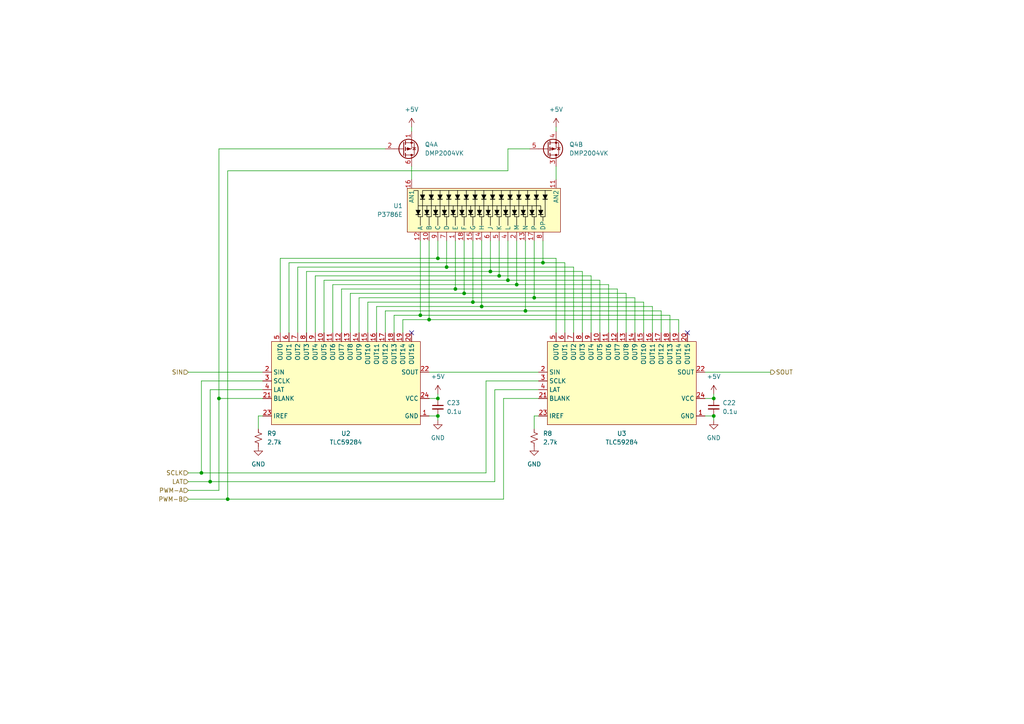
<source format=kicad_sch>
(kicad_sch (version 20230121) (generator eeschema)
  (paper "A4")
  (lib_symbols
    (symbol "0-ic-digital:TLC59284"
      (property "Reference" "U" (at -24.13 15.24 0))
      (property "Value" "TLC59284" (at -16.51 -11.43 0))
      (symbol "TLC59284_1_1"
        (rectangle (start -21.59 13.97) (end 21.59 -10.16) (fill (type background)))
        (pin passive line (at 24.13 -7.62 180) (length 2.54) (name "GND") (number "1"))
        (pin output line (at -6.35 16.51 270) (length 2.54) (name "OUT5") (number "10"))
        (pin output line (at -3.81 16.51 270) (length 2.54) (name "OUT6") (number "11"))
        (pin output line (at -1.27 16.51 270) (length 2.54) (name "OUT7") (number "12"))
        (pin output line (at 1.27 16.51 270) (length 2.54) (name "OUT8") (number "13"))
        (pin output line (at 3.81 16.51 270) (length 2.54) (name "OUT9") (number "14"))
        (pin output line (at 6.35 16.51 270) (length 2.54) (name "OUT10") (number "15"))
        (pin output line (at 8.89 16.51 270) (length 2.54) (name "OUT11") (number "16"))
        (pin output line (at 11.43 16.51 270) (length 2.54) (name "OUT12") (number "17"))
        (pin output line (at 13.97 16.51 270) (length 2.54) (name "OUT13") (number "18"))
        (pin output line (at 16.51 16.51 270) (length 2.54) (name "OUT14") (number "19"))
        (pin input line (at -24.13 5.08 0) (length 2.54) (name "SIN") (number "2"))
        (pin output line (at 19.05 16.51 270) (length 2.54) (name "OUT15") (number "20"))
        (pin input line (at -24.13 -2.54 0) (length 2.54) (name "BLANK") (number "21"))
        (pin output line (at 24.13 5.08 180) (length 2.54) (name "SOUT") (number "22"))
        (pin input line (at -24.13 -7.62 0) (length 2.54) (name "IREF") (number "23"))
        (pin passive line (at 24.13 -2.54 180) (length 2.54) (name "VCC") (number "24"))
        (pin input line (at -24.13 2.54 0) (length 2.54) (name "SCLK") (number "3"))
        (pin input line (at -24.13 0 0) (length 2.54) (name "LAT") (number "4"))
        (pin output line (at -19.05 16.51 270) (length 2.54) (name "OUT0") (number "5"))
        (pin output line (at -16.51 16.51 270) (length 2.54) (name "OUT1") (number "6"))
        (pin output line (at -13.97 16.51 270) (length 2.54) (name "OUT2") (number "7"))
        (pin output line (at -11.43 16.51 270) (length 2.54) (name "OUT3") (number "8"))
        (pin output line (at -8.89 16.51 270) (length 2.54) (name "OUT4") (number "9"))
      )
    )
    (symbol "0-optoelectronics:P3786E"
      (property "Reference" "U" (at 5.08 13.97 0))
      (property "Value" "P3786E" (at 43.18 -1.27 0))
      (symbol "P3786E_0_0"
        (pin passive line (at 12.7 -2.54 90) (length 2.54) (name "E") (number "1"))
        (pin passive line (at 5.08 -2.54 90) (length 2.54) (name "B") (number "10"))
        (pin passive line (at 41.91 15.24 270) (length 2.54) (name "AN2") (number "11"))
        (pin passive line (at 2.54 -2.54 90) (length 2.54) (name "A") (number "12"))
        (pin passive line (at 33.02 -2.54 90) (length 2.54) (name "N") (number "13"))
        (pin passive line (at 20.32 -2.54 90) (length 2.54) (name "H") (number "14"))
        (pin passive line (at 17.78 -2.54 90) (length 2.54) (name "G") (number "15"))
        (pin passive line (at 0 15.24 270) (length 2.54) (name "AN1") (number "16"))
        (pin passive line (at 35.56 -2.54 90) (length 2.54) (name "P") (number "17"))
        (pin passive line (at 15.24 -2.54 90) (length 2.54) (name "F") (number "18"))
        (pin passive line (at 30.48 -2.54 90) (length 2.54) (name "M") (number "2"))
        (pin passive line (at 27.94 -2.54 90) (length 2.54) (name "L") (number "4"))
        (pin passive line (at 25.4 -2.54 90) (length 2.54) (name "K") (number "5"))
        (pin passive line (at 22.86 -2.54 90) (length 2.54) (name "J") (number "6"))
        (pin passive line (at 10.16 -2.54 90) (length 2.54) (name "D") (number "7"))
        (pin passive line (at 38.1 -2.54 90) (length 2.54) (name "DP") (number "8"))
        (pin passive line (at 7.62 -2.54 90) (length 2.54) (name "C") (number "9"))
      )
      (symbol "P3786E_1_1"
        (rectangle (start -1.27 12.7) (end 43.18 0) (fill (type background)))
        (polyline (pts (xy 1.27 5.08) (xy 2.54 5.08)) (stroke (width 0.254) (color 0 0 0 1)))
        (polyline (pts (xy 2.54 9.525) (xy 3.81 9.525)) (stroke (width 0.254) (color 0 0 0 1)))
        (polyline (pts (xy 3.81 5.08) (xy 5.08 5.08)) (stroke (width 0.254) (color 0 0 0 1)))
        (polyline (pts (xy 5.08 9.525) (xy 6.35 9.525)) (stroke (width 0.254) (color 0 0 0 1)))
        (polyline (pts (xy 6.35 5.08) (xy 7.62 5.08)) (stroke (width 0.254) (color 0 0 0 1)))
        (polyline (pts (xy 7.62 9.525) (xy 8.89 9.525)) (stroke (width 0.254) (color 0 0 0 1)))
        (polyline (pts (xy 8.89 5.08) (xy 10.16 5.08)) (stroke (width 0.254) (color 0 0 0 1)))
        (polyline (pts (xy 10.16 9.525) (xy 11.43 9.525)) (stroke (width 0.254) (color 0 0 0 1)))
        (polyline (pts (xy 11.43 5.08) (xy 12.7 5.08)) (stroke (width 0.254) (color 0 0 0 1)))
        (polyline (pts (xy 12.7 9.525) (xy 13.97 9.525)) (stroke (width 0.254) (color 0 0 0 1)))
        (polyline (pts (xy 13.97 5.08) (xy 15.24 5.08)) (stroke (width 0.254) (color 0 0 0 1)))
        (polyline (pts (xy 15.24 9.525) (xy 16.51 9.525)) (stroke (width 0.254) (color 0 0 0 1)))
        (polyline (pts (xy 16.51 5.08) (xy 17.78 5.08)) (stroke (width 0.254) (color 0 0 0 1)))
        (polyline (pts (xy 17.78 9.525) (xy 19.05 9.525)) (stroke (width 0.254) (color 0 0 0 1)))
        (polyline (pts (xy 19.05 5.08) (xy 20.32 5.08)) (stroke (width 0.254) (color 0 0 0 1)))
        (polyline (pts (xy 20.32 9.525) (xy 21.59 9.525)) (stroke (width 0.254) (color 0 0 0 1)))
        (polyline (pts (xy 21.59 5.08) (xy 22.86 5.08)) (stroke (width 0.254) (color 0 0 0 1)))
        (polyline (pts (xy 22.86 9.525) (xy 24.13 9.525)) (stroke (width 0.254) (color 0 0 0 1)))
        (polyline (pts (xy 24.13 5.08) (xy 25.4 5.08)) (stroke (width 0.254) (color 0 0 0 1)))
        (polyline (pts (xy 25.4 9.525) (xy 26.67 9.525)) (stroke (width 0.254) (color 0 0 0 1)))
        (polyline (pts (xy 26.67 5.08) (xy 27.94 5.08)) (stroke (width 0.254) (color 0 0 0 1)))
        (polyline (pts (xy 27.94 9.525) (xy 29.21 9.525)) (stroke (width 0.254) (color 0 0 0 1)))
        (polyline (pts (xy 29.21 5.08) (xy 30.48 5.08)) (stroke (width 0.254) (color 0 0 0 1)))
        (polyline (pts (xy 30.48 9.525) (xy 31.75 9.525)) (stroke (width 0.254) (color 0 0 0 1)))
        (polyline (pts (xy 31.75 5.08) (xy 33.02 5.08)) (stroke (width 0.254) (color 0 0 0 1)))
        (polyline (pts (xy 33.02 9.525) (xy 34.29 9.525)) (stroke (width 0.254) (color 0 0 0 1)))
        (polyline (pts (xy 34.29 5.08) (xy 35.56 5.08)) (stroke (width 0.254) (color 0 0 0 1)))
        (polyline (pts (xy 35.56 9.525) (xy 36.83 9.525)) (stroke (width 0.254) (color 0 0 0 1)))
        (polyline (pts (xy 36.83 5.08) (xy 38.1 5.08)) (stroke (width 0.254) (color 0 0 0 1)))
        (polyline (pts (xy 38.1 9.525) (xy 39.37 9.525)) (stroke (width 0.254) (color 0 0 0 1)))
        (polyline (pts (xy 1.905 6.35) (xy 1.905 12.065) (xy 0.635 12.065)) (stroke (width 0) (color 0 0 0 1)))
        (polyline (pts (xy 2.54 4.445) (xy 3.175 4.445) (xy 3.175 9.525)) (stroke (width 0) (color 0 0 0 1)))
        (polyline (pts (xy 3.175 10.795) (xy 3.175 12.065) (xy 5.715 12.065)) (stroke (width 0) (color 0 0 0 1)))
        (polyline (pts (xy 4.445 6.35) (xy 4.445 7.62) (xy 1.905 7.62)) (stroke (width 0) (color 0 0 0 1)))
        (polyline (pts (xy 5.08 4.445) (xy 5.715 4.445) (xy 5.715 9.525)) (stroke (width 0) (color 0 0 0 1)))
        (polyline (pts (xy 5.715 10.795) (xy 5.715 12.065) (xy 8.255 12.065)) (stroke (width 0) (color 0 0 0 1)))
        (polyline (pts (xy 6.985 6.35) (xy 6.985 7.62) (xy 4.445 7.62)) (stroke (width 0) (color 0 0 0 1)))
        (polyline (pts (xy 7.62 4.445) (xy 8.255 4.445) (xy 8.255 9.525)) (stroke (width 0) (color 0 0 0 1)))
        (polyline (pts (xy 8.255 10.795) (xy 8.255 12.065) (xy 10.795 12.065)) (stroke (width 0) (color 0 0 0 1)))
        (polyline (pts (xy 9.525 6.35) (xy 9.525 7.62) (xy 6.985 7.62)) (stroke (width 0) (color 0 0 0 1)))
        (polyline (pts (xy 10.16 4.445) (xy 10.795 4.445) (xy 10.795 9.525)) (stroke (width 0) (color 0 0 0 1)))
        (polyline (pts (xy 10.795 10.795) (xy 10.795 12.065) (xy 13.335 12.065)) (stroke (width 0) (color 0 0 0 1)))
        (polyline (pts (xy 12.065 6.35) (xy 12.065 7.62) (xy 9.525 7.62)) (stroke (width 0) (color 0 0 0 1)))
        (polyline (pts (xy 12.7 4.445) (xy 13.335 4.445) (xy 13.335 9.525)) (stroke (width 0) (color 0 0 0 1)))
        (polyline (pts (xy 13.335 10.795) (xy 13.335 12.065) (xy 15.875 12.065)) (stroke (width 0) (color 0 0 0 1)))
        (polyline (pts (xy 14.605 6.35) (xy 14.605 7.62) (xy 12.065 7.62)) (stroke (width 0) (color 0 0 0 1)))
        (polyline (pts (xy 15.24 4.445) (xy 15.875 4.445) (xy 15.875 9.525)) (stroke (width 0) (color 0 0 0 1)))
        (polyline (pts (xy 15.875 10.795) (xy 15.875 12.065) (xy 18.415 12.065)) (stroke (width 0) (color 0 0 0 1)))
        (polyline (pts (xy 17.145 6.35) (xy 17.145 7.62) (xy 14.605 7.62)) (stroke (width 0) (color 0 0 0 1)))
        (polyline (pts (xy 17.78 4.445) (xy 18.415 4.445) (xy 18.415 9.525)) (stroke (width 0) (color 0 0 0 1)))
        (polyline (pts (xy 18.415 10.795) (xy 18.415 12.065) (xy 20.955 12.065)) (stroke (width 0) (color 0 0 0 1)))
        (polyline (pts (xy 19.685 6.35) (xy 19.685 7.62) (xy 17.145 7.62)) (stroke (width 0) (color 0 0 0 1)))
        (polyline (pts (xy 20.32 4.445) (xy 20.955 4.445) (xy 20.955 9.525)) (stroke (width 0) (color 0 0 0 1)))
        (polyline (pts (xy 20.955 10.795) (xy 20.955 12.065) (xy 23.495 12.065)) (stroke (width 0) (color 0 0 0 1)))
        (polyline (pts (xy 22.225 6.35) (xy 22.225 7.62) (xy 19.685 7.62)) (stroke (width 0) (color 0 0 0 1)))
        (polyline (pts (xy 22.86 4.445) (xy 23.495 4.445) (xy 23.495 9.525)) (stroke (width 0) (color 0 0 0 1)))
        (polyline (pts (xy 23.495 10.795) (xy 23.495 12.065) (xy 26.035 12.065)) (stroke (width 0) (color 0 0 0 1)))
        (polyline (pts (xy 24.765 6.35) (xy 24.765 7.62) (xy 22.225 7.62)) (stroke (width 0) (color 0 0 0 1)))
        (polyline (pts (xy 25.4 4.445) (xy 26.035 4.445) (xy 26.035 9.525)) (stroke (width 0) (color 0 0 0 1)))
        (polyline (pts (xy 26.035 10.795) (xy 26.035 12.065) (xy 28.575 12.065)) (stroke (width 0) (color 0 0 0 1)))
        (polyline (pts (xy 27.305 6.35) (xy 27.305 7.62) (xy 24.765 7.62)) (stroke (width 0) (color 0 0 0 1)))
        (polyline (pts (xy 27.94 4.445) (xy 28.575 4.445) (xy 28.575 9.525)) (stroke (width 0) (color 0 0 0 1)))
        (polyline (pts (xy 28.575 10.795) (xy 28.575 12.065) (xy 31.115 12.065)) (stroke (width 0) (color 0 0 0 1)))
        (polyline (pts (xy 29.845 6.35) (xy 29.845 7.62) (xy 27.305 7.62)) (stroke (width 0) (color 0 0 0 1)))
        (polyline (pts (xy 30.48 4.445) (xy 31.115 4.445) (xy 31.115 9.525)) (stroke (width 0) (color 0 0 0 1)))
        (polyline (pts (xy 31.115 10.795) (xy 31.115 12.065) (xy 33.655 12.065)) (stroke (width 0) (color 0 0 0 1)))
        (polyline (pts (xy 32.385 6.35) (xy 32.385 7.62) (xy 29.845 7.62)) (stroke (width 0) (color 0 0 0 1)))
        (polyline (pts (xy 33.02 4.445) (xy 33.655 4.445) (xy 33.655 9.525)) (stroke (width 0) (color 0 0 0 1)))
        (polyline (pts (xy 33.655 10.795) (xy 33.655 12.065) (xy 36.195 12.065)) (stroke (width 0) (color 0 0 0 1)))
        (polyline (pts (xy 34.925 6.35) (xy 34.925 7.62) (xy 32.385 7.62)) (stroke (width 0) (color 0 0 0 1)))
        (polyline (pts (xy 35.56 4.445) (xy 36.195 4.445) (xy 36.195 9.525)) (stroke (width 0) (color 0 0 0 1)))
        (polyline (pts (xy 36.195 10.795) (xy 36.195 12.065) (xy 38.735 12.065)) (stroke (width 0) (color 0 0 0 1)))
        (polyline (pts (xy 37.465 6.35) (xy 37.465 7.62) (xy 34.925 7.62)) (stroke (width 0) (color 0 0 0 1)))
        (polyline (pts (xy 38.1 4.445) (xy 38.735 4.445) (xy 38.735 9.525)) (stroke (width 0) (color 0 0 0 1)))
        (polyline (pts (xy 38.735 10.795) (xy 38.735 12.065) (xy 40.64 12.065)) (stroke (width 0) (color 0 0 0 1)))
        (polyline (pts (xy 1.27 6.35) (xy 1.905 5.08) (xy 2.54 6.35) (xy 1.27 6.35)) (stroke (width 0) (color 0 0 0 1)) (fill (type color) (color 0 0 0 1)))
        (polyline (pts (xy 2.54 1.905) (xy 2.54 4.445) (xy 1.905 4.445) (xy 1.905 5.08)) (stroke (width 0) (color 0 0 0 1)))
        (polyline (pts (xy 2.54 10.795) (xy 3.175 9.525) (xy 3.81 10.795) (xy 2.54 10.795)) (stroke (width 0) (color 0 0 0 1)) (fill (type color) (color 0 0 0 1)))
        (polyline (pts (xy 3.81 6.35) (xy 4.445 5.08) (xy 5.08 6.35) (xy 3.81 6.35)) (stroke (width 0) (color 0 0 0 1)) (fill (type color) (color 0 0 0 1)))
        (polyline (pts (xy 5.08 1.905) (xy 5.08 4.445) (xy 4.445 4.445) (xy 4.445 5.08)) (stroke (width 0) (color 0 0 0 1)))
        (polyline (pts (xy 5.08 10.795) (xy 5.715 9.525) (xy 6.35 10.795) (xy 5.08 10.795)) (stroke (width 0) (color 0 0 0 1)) (fill (type color) (color 0 0 0 1)))
        (polyline (pts (xy 6.35 6.35) (xy 6.985 5.08) (xy 7.62 6.35) (xy 6.35 6.35)) (stroke (width 0) (color 0 0 0 1)) (fill (type color) (color 0 0 0 1)))
        (polyline (pts (xy 7.62 1.905) (xy 7.62 4.445) (xy 6.985 4.445) (xy 6.985 5.08)) (stroke (width 0) (color 0 0 0 1)))
        (polyline (pts (xy 7.62 10.795) (xy 8.255 9.525) (xy 8.89 10.795) (xy 7.62 10.795)) (stroke (width 0) (color 0 0 0 1)) (fill (type color) (color 0 0 0 1)))
        (polyline (pts (xy 8.89 6.35) (xy 9.525 5.08) (xy 10.16 6.35) (xy 8.89 6.35)) (stroke (width 0) (color 0 0 0 1)) (fill (type color) (color 0 0 0 1)))
        (polyline (pts (xy 10.16 1.905) (xy 10.16 4.445) (xy 9.525 4.445) (xy 9.525 5.08)) (stroke (width 0) (color 0 0 0 1)))
        (polyline (pts (xy 10.16 10.795) (xy 10.795 9.525) (xy 11.43 10.795) (xy 10.16 10.795)) (stroke (width 0) (color 0 0 0 1)) (fill (type color) (color 0 0 0 1)))
        (polyline (pts (xy 11.43 6.35) (xy 12.065 5.08) (xy 12.7 6.35) (xy 11.43 6.35)) (stroke (width 0) (color 0 0 0 1)) (fill (type color) (color 0 0 0 1)))
        (polyline (pts (xy 12.7 1.905) (xy 12.7 4.445) (xy 12.065 4.445) (xy 12.065 5.08)) (stroke (width 0) (color 0 0 0 1)))
        (polyline (pts (xy 12.7 10.795) (xy 13.335 9.525) (xy 13.97 10.795) (xy 12.7 10.795)) (stroke (width 0) (color 0 0 0 1)) (fill (type color) (color 0 0 0 1)))
        (polyline (pts (xy 13.97 6.35) (xy 14.605 5.08) (xy 15.24 6.35) (xy 13.97 6.35)) (stroke (width 0) (color 0 0 0 1)) (fill (type color) (color 0 0 0 1)))
        (polyline (pts (xy 15.24 1.905) (xy 15.24 4.445) (xy 14.605 4.445) (xy 14.605 5.08)) (stroke (width 0) (color 0 0 0 1)))
        (polyline (pts (xy 15.24 10.795) (xy 15.875 9.525) (xy 16.51 10.795) (xy 15.24 10.795)) (stroke (width 0) (color 0 0 0 1)) (fill (type color) (color 0 0 0 1)))
        (polyline (pts (xy 16.51 6.35) (xy 17.145 5.08) (xy 17.78 6.35) (xy 16.51 6.35)) (stroke (width 0) (color 0 0 0 1)) (fill (type color) (color 0 0 0 1)))
        (polyline (pts (xy 17.78 1.905) (xy 17.78 4.445) (xy 17.145 4.445) (xy 17.145 5.08)) (stroke (width 0) (color 0 0 0 1)))
        (polyline (pts (xy 17.78 10.795) (xy 18.415 9.525) (xy 19.05 10.795) (xy 17.78 10.795)) (stroke (width 0) (color 0 0 0 1)) (fill (type color) (color 0 0 0 1)))
        (polyline (pts (xy 19.05 6.35) (xy 19.685 5.08) (xy 20.32 6.35) (xy 19.05 6.35)) (stroke (width 0) (color 0 0 0 1)) (fill (type color) (color 0 0 0 1)))
        (polyline (pts (xy 20.32 1.905) (xy 20.32 4.445) (xy 19.685 4.445) (xy 19.685 5.08)) (stroke (width 0) (color 0 0 0 1)))
        (polyline (pts (xy 20.32 10.795) (xy 20.955 9.525) (xy 21.59 10.795) (xy 20.32 10.795)) (stroke (width 0) (color 0 0 0 1)) (fill (type color) (color 0 0 0 1)))
        (polyline (pts (xy 21.59 6.35) (xy 22.225 5.08) (xy 22.86 6.35) (xy 21.59 6.35)) (stroke (width 0) (color 0 0 0 1)) (fill (type color) (color 0 0 0 1)))
        (polyline (pts (xy 22.86 1.905) (xy 22.86 4.445) (xy 22.225 4.445) (xy 22.225 5.08)) (stroke (width 0) (color 0 0 0 1)))
        (polyline (pts (xy 22.86 10.795) (xy 23.495 9.525) (xy 24.13 10.795) (xy 22.86 10.795)) (stroke (width 0) (color 0 0 0 1)) (fill (type color) (color 0 0 0 1)))
        (polyline (pts (xy 24.13 6.35) (xy 24.765 5.08) (xy 25.4 6.35) (xy 24.13 6.35)) (stroke (width 0) (color 0 0 0 1)) (fill (type color) (color 0 0 0 1)))
        (polyline (pts (xy 25.4 1.905) (xy 25.4 4.445) (xy 24.765 4.445) (xy 24.765 5.08)) (stroke (width 0) (color 0 0 0 1)))
        (polyline (pts (xy 25.4 10.795) (xy 26.035 9.525) (xy 26.67 10.795) (xy 25.4 10.795)) (stroke (width 0) (color 0 0 0 1)) (fill (type color) (color 0 0 0 1)))
        (polyline (pts (xy 26.67 6.35) (xy 27.305 5.08) (xy 27.94 6.35) (xy 26.67 6.35)) (stroke (width 0) (color 0 0 0 1)) (fill (type color) (color 0 0 0 1)))
        (polyline (pts (xy 27.94 1.905) (xy 27.94 4.445) (xy 27.305 4.445) (xy 27.305 5.08)) (stroke (width 0) (color 0 0 0 1)))
        (polyline (pts (xy 27.94 10.795) (xy 28.575 9.525) (xy 29.21 10.795) (xy 27.94 10.795)) (stroke (width 0) (color 0 0 0 1)) (fill (type color) (color 0 0 0 1)))
        (polyline (pts (xy 29.21 6.35) (xy 29.845 5.08) (xy 30.48 6.35) (xy 29.21 6.35)) (stroke (width 0) (color 0 0 0 1)) (fill (type color) (color 0 0 0 1)))
        (polyline (pts (xy 30.48 1.905) (xy 30.48 4.445) (xy 29.845 4.445) (xy 29.845 5.08)) (stroke (width 0) (color 0 0 0 1)))
        (polyline (pts (xy 30.48 10.795) (xy 31.115 9.525) (xy 31.75 10.795) (xy 30.48 10.795)) (stroke (width 0) (color 0 0 0 1)) (fill (type color) (color 0 0 0 1)))
        (polyline (pts (xy 31.75 6.35) (xy 32.385 5.08) (xy 33.02 6.35) (xy 31.75 6.35)) (stroke (width 0) (color 0 0 0 1)) (fill (type color) (color 0 0 0 1)))
        (polyline (pts (xy 33.02 1.905) (xy 33.02 4.445) (xy 32.385 4.445) (xy 32.385 5.08)) (stroke (width 0) (color 0 0 0 1)))
        (polyline (pts (xy 33.02 10.795) (xy 33.655 9.525) (xy 34.29 10.795) (xy 33.02 10.795)) (stroke (width 0) (color 0 0 0 1)) (fill (type color) (color 0 0 0 1)))
        (polyline (pts (xy 34.29 6.35) (xy 34.925 5.08) (xy 35.56 6.35) (xy 34.29 6.35)) (stroke (width 0) (color 0 0 0 1)) (fill (type color) (color 0 0 0 1)))
        (polyline (pts (xy 35.56 1.905) (xy 35.56 4.445) (xy 34.925 4.445) (xy 34.925 5.08)) (stroke (width 0) (color 0 0 0 1)))
        (polyline (pts (xy 35.56 10.795) (xy 36.195 9.525) (xy 36.83 10.795) (xy 35.56 10.795)) (stroke (width 0) (color 0 0 0 1)) (fill (type color) (color 0 0 0 1)))
        (polyline (pts (xy 36.83 6.35) (xy 37.465 5.08) (xy 38.1 6.35) (xy 36.83 6.35)) (stroke (width 0) (color 0 0 0 1)) (fill (type color) (color 0 0 0 1)))
        (polyline (pts (xy 38.1 3.175) (xy 38.1 4.445) (xy 37.465 4.445) (xy 37.465 5.08)) (stroke (width 0) (color 0 0 0 1)))
        (polyline (pts (xy 38.1 10.795) (xy 38.735 9.525) (xy 39.37 10.795) (xy 38.1 10.795)) (stroke (width 0) (color 0 0 0 1)) (fill (type color) (color 0 0 0 1)))
      )
    )
    (symbol "0-passives:C-ceramic" (pin_numbers hide) (pin_names (offset 0.254) hide)
      (property "Reference" "C" (at 0.254 1.778 0))
      (property "Value" "?u" (at 0.254 -2.032 0))
      (symbol "C-ceramic_0_1"
        (polyline (pts (xy -1.524 -0.508) (xy 1.524 -0.508)) (stroke (width 0.3302)))
        (polyline (pts (xy -1.524 0.508) (xy 1.524 0.508)) (stroke (width 0.3048)))
      )
      (symbol "C-ceramic_1_1"
        (pin passive line (at 0 2.54 270) (length 2.032) (name "~") (number "1"))
        (pin passive line (at 0 -2.54 90) (length 2.032) (name "~") (number "2"))
      )
    )
    (symbol "0-passives:R" (pin_numbers hide) (pin_names (offset 0.254) hide)
      (property "Reference" "R" (at 0.762 0.508 0))
      (property "Value" "?k" (at 0.762 -1.016 0))
      (symbol "R_1_1"
        (polyline (pts (xy 0 0) (xy 1.016 -0.381) (xy 0 -0.762) (xy -1.016 -1.143) (xy 0 -1.524)))
        (polyline (pts (xy 0 1.524) (xy 1.016 1.143) (xy 0 0.762) (xy -1.016 0.381) (xy 0 0)))
        (pin passive line (at 0 2.54 270) (length 1.016) (name "~") (number "1"))
        (pin passive line (at 0 -2.54 90) (length 1.016) (name "~") (number "2"))
      )
    )
    (symbol "0-power:+5V" (power) (pin_names (offset 0))
      (property "Value" "+5V" (at 0 3.556 0))
      (symbol "+5V_0_1"
        (polyline (pts (xy -0.762 1.27) (xy 0 2.54)))
        (polyline (pts (xy 0 0) (xy 0 2.54)))
        (polyline (pts (xy 0 2.54) (xy 0.762 1.27)))
      )
      (symbol "+5V_1_1"
        (pin power_in line (at 0 0 90) (length 0) hide (name "+5V") (number "1"))
      )
    )
    (symbol "0-power:GND" (power) (pin_names (offset 0))
      (property "Value" "GND" (at 0 -3.81 0))
      (symbol "GND_0_1"
        (polyline (pts (xy 0 0) (xy 0 -1.27) (xy 1.27 -1.27) (xy 0 -2.54) (xy -1.27 -1.27) (xy 0 -1.27)))
      )
      (symbol "GND_1_1"
        (pin power_in line (at 0 0 270) (length 0) hide (name "GND") (number "1"))
      )
    )
    (symbol "0-semiconductors:DMP2004VK" (pin_names hide)
      (property "Reference" "Q" (at 5.08 1.905 0))
      (property "Value" "DMP2004VK" (at 5.08 0 0))
      (symbol "DMP2004VK_0_1"
        (polyline (pts (xy 0.254 0) (xy -2.54 0)))
        (polyline (pts (xy 0.254 1.905) (xy 0.254 -1.905)) (stroke (width 0.254)))
        (polyline (pts (xy 0.762 -1.27) (xy 0.762 -2.286)) (stroke (width 0.254)))
        (polyline (pts (xy 0.762 0.508) (xy 0.762 -0.508)) (stroke (width 0.254)))
        (polyline (pts (xy 0.762 2.286) (xy 0.762 1.27)) (stroke (width 0.254)))
        (polyline (pts (xy 2.54 2.54) (xy 2.54 1.778)))
        (polyline (pts (xy 2.54 -2.54) (xy 2.54 0) (xy 0.762 0)))
        (polyline (pts (xy 0.762 1.778) (xy 3.302 1.778) (xy 3.302 -1.778) (xy 0.762 -1.778)))
        (polyline (pts (xy 2.286 0) (xy 1.27 0.381) (xy 1.27 -0.381) (xy 2.286 0)) (fill (type outline)))
        (polyline (pts (xy 2.794 -0.508) (xy 2.921 -0.381) (xy 3.683 -0.381) (xy 3.81 -0.254)))
        (polyline (pts (xy 3.302 -0.381) (xy 2.921 0.254) (xy 3.683 0.254) (xy 3.302 -0.381)))
        (circle (center 1.651 0) (radius 2.794) (stroke (width 0.254)))
        (circle (center 2.54 -1.778) (radius 0.254) (fill (type outline)))
        (circle (center 2.54 1.778) (radius 0.254) (fill (type outline)))
      )
      (symbol "DMP2004VK_1_1"
        (pin passive line (at 2.54 -5.08 90) (length 2.54) (name "S") (number "1"))
        (pin passive line (at -5.08 0 0) (length 2.54) (name "G") (number "2"))
        (pin passive line (at 2.54 5.08 270) (length 2.54) (name "D") (number "6"))
      )
      (symbol "DMP2004VK_2_1"
        (pin passive line (at 2.54 5.08 270) (length 2.54) (name "D") (number "3"))
        (pin passive line (at 2.54 -5.08 90) (length 2.54) (name "S") (number "4"))
        (pin passive line (at -5.08 0 0) (length 2.54) (name "G") (number "5"))
      )
    )
  )
  (junction (at 137.16 87.63))
  (junction (at 207.01 115.57))
  (junction (at 127 115.57))
  (junction (at 132.08 83.82))
  (junction (at 58.42 137.16))
  (junction (at 157.48 76.2))
  (junction (at 207.01 120.65))
  (junction (at 142.24 78.74))
  (junction (at 127 120.65))
  (junction (at 124.46 92.71))
  (junction (at 149.86 82.55))
  (junction (at 147.32 81.28))
  (junction (at 121.92 91.44))
  (junction (at 144.78 80.01))
  (junction (at 152.4 90.17))
  (junction (at 154.94 86.36))
  (junction (at 139.7 88.9))
  (junction (at 129.54 77.47))
  (junction (at 60.96 139.7))
  (junction (at 63.5 115.57))
  (junction (at 127 74.93))
  (junction (at 66.04 144.78))
  (junction (at 134.62 85.09))
  (no_connect (at 199.39 96.52))
  (no_connect (at 119.38 96.52))
  (wire (pts (xy 86.36 96.52) (xy 86.36 77.47)))
  (wire (pts (xy 137.16 87.63) (xy 137.16 69.85)))
  (wire (pts (xy 194.31 96.52) (xy 194.31 91.44)))
  (wire (pts (xy 171.45 96.52) (xy 171.45 80.01)))
  (wire (pts (xy 146.05 144.78) (xy 146.05 115.57)))
  (wire (pts (xy 139.7 88.9) (xy 139.7 69.85)))
  (wire (pts (xy 54.61 144.78) (xy 66.04 144.78)))
  (wire (pts (xy 119.38 48.26) (xy 119.38 52.07)))
  (wire (pts (xy 124.46 69.85) (xy 124.46 92.71)))
  (wire (pts (xy 101.6 96.52) (xy 101.6 85.09)))
  (wire (pts (xy 83.82 76.2) (xy 157.48 76.2)))
  (wire (pts (xy 99.06 96.52) (xy 99.06 83.82)))
  (wire (pts (xy 207.01 115.57) (xy 207.01 114.3)))
  (wire (pts (xy 166.37 96.52) (xy 166.37 77.47)))
  (wire (pts (xy 156.21 110.49) (xy 140.97 110.49)))
  (wire (pts (xy 109.22 96.52) (xy 109.22 88.9)))
  (wire (pts (xy 63.5 142.24) (xy 63.5 115.57)))
  (wire (pts (xy 132.08 83.82) (xy 132.08 69.85)))
  (wire (pts (xy 114.3 96.52) (xy 114.3 91.44)))
  (wire (pts (xy 173.99 81.28) (xy 147.32 81.28)))
  (wire (pts (xy 91.44 80.01) (xy 144.78 80.01)))
  (wire (pts (xy 142.24 78.74) (xy 142.24 69.85)))
  (wire (pts (xy 101.6 85.09) (xy 134.62 85.09)))
  (wire (pts (xy 157.48 76.2) (xy 157.48 69.85)))
  (wire (pts (xy 66.04 49.53) (xy 147.32 49.53)))
  (wire (pts (xy 129.54 77.47) (xy 129.54 69.85)))
  (wire (pts (xy 83.82 96.52) (xy 83.82 76.2)))
  (wire (pts (xy 163.83 76.2) (xy 157.48 76.2)))
  (wire (pts (xy 207.01 120.65) (xy 204.47 120.65)))
  (wire (pts (xy 168.91 96.52) (xy 168.91 78.74)))
  (wire (pts (xy 207.01 121.92) (xy 207.01 120.65)))
  (wire (pts (xy 74.93 120.65) (xy 76.2 120.65)))
  (wire (pts (xy 161.29 36.83) (xy 161.29 38.1)))
  (wire (pts (xy 124.46 115.57) (xy 127 115.57)))
  (wire (pts (xy 127 120.65) (xy 124.46 120.65)))
  (wire (pts (xy 161.29 96.52) (xy 161.29 74.93)))
  (wire (pts (xy 152.4 90.17) (xy 191.77 90.17)))
  (wire (pts (xy 93.98 96.52) (xy 93.98 81.28)))
  (wire (pts (xy 96.52 96.52) (xy 96.52 82.55)))
  (wire (pts (xy 179.07 96.52) (xy 179.07 83.82)))
  (wire (pts (xy 81.28 74.93) (xy 127 74.93)))
  (wire (pts (xy 134.62 85.09) (xy 134.62 69.85)))
  (wire (pts (xy 127 115.57) (xy 127 114.3)))
  (wire (pts (xy 60.96 113.03) (xy 60.96 139.7)))
  (wire (pts (xy 63.5 115.57) (xy 76.2 115.57)))
  (wire (pts (xy 132.08 83.82) (xy 179.07 83.82)))
  (wire (pts (xy 54.61 107.95) (xy 76.2 107.95)))
  (wire (pts (xy 96.52 82.55) (xy 149.86 82.55)))
  (wire (pts (xy 184.15 96.52) (xy 184.15 86.36)))
  (wire (pts (xy 88.9 96.52) (xy 88.9 78.74)))
  (wire (pts (xy 91.44 96.52) (xy 91.44 80.01)))
  (wire (pts (xy 106.68 96.52) (xy 106.68 87.63)))
  (wire (pts (xy 204.47 107.95) (xy 223.52 107.95)))
  (wire (pts (xy 58.42 137.16) (xy 140.97 137.16)))
  (wire (pts (xy 111.76 90.17) (xy 152.4 90.17)))
  (wire (pts (xy 191.77 90.17) (xy 191.77 96.52)))
  (wire (pts (xy 154.94 124.46) (xy 154.94 120.65)))
  (wire (pts (xy 152.4 90.17) (xy 152.4 69.85)))
  (wire (pts (xy 109.22 88.9) (xy 139.7 88.9)))
  (wire (pts (xy 144.78 80.01) (xy 144.78 69.85)))
  (wire (pts (xy 114.3 91.44) (xy 121.92 91.44)))
  (wire (pts (xy 54.61 142.24) (xy 63.5 142.24)))
  (wire (pts (xy 88.9 78.74) (xy 142.24 78.74)))
  (wire (pts (xy 58.42 110.49) (xy 76.2 110.49)))
  (wire (pts (xy 116.84 92.71) (xy 124.46 92.71)))
  (wire (pts (xy 161.29 74.93) (xy 127 74.93)))
  (wire (pts (xy 181.61 85.09) (xy 134.62 85.09)))
  (wire (pts (xy 146.05 115.57) (xy 156.21 115.57)))
  (wire (pts (xy 189.23 96.52) (xy 189.23 88.9)))
  (wire (pts (xy 124.46 107.95) (xy 156.21 107.95)))
  (wire (pts (xy 104.14 86.36) (xy 154.94 86.36)))
  (wire (pts (xy 176.53 82.55) (xy 149.86 82.55)))
  (wire (pts (xy 124.46 92.71) (xy 196.85 92.71)))
  (wire (pts (xy 66.04 144.78) (xy 146.05 144.78)))
  (wire (pts (xy 163.83 96.52) (xy 163.83 76.2)))
  (wire (pts (xy 81.28 96.52) (xy 81.28 74.93)))
  (wire (pts (xy 181.61 96.52) (xy 181.61 85.09)))
  (wire (pts (xy 121.92 91.44) (xy 121.92 69.85)))
  (wire (pts (xy 176.53 96.52) (xy 176.53 82.55)))
  (wire (pts (xy 58.42 137.16) (xy 58.42 110.49)))
  (wire (pts (xy 186.69 96.52) (xy 186.69 87.63)))
  (wire (pts (xy 184.15 86.36) (xy 154.94 86.36)))
  (wire (pts (xy 140.97 110.49) (xy 140.97 137.16)))
  (wire (pts (xy 194.31 91.44) (xy 121.92 91.44)))
  (wire (pts (xy 63.5 115.57) (xy 63.5 43.18)))
  (wire (pts (xy 127 74.93) (xy 127 69.85)))
  (wire (pts (xy 119.38 36.83) (xy 119.38 38.1)))
  (wire (pts (xy 106.68 87.63) (xy 137.16 87.63)))
  (wire (pts (xy 207.01 115.57) (xy 204.47 115.57)))
  (wire (pts (xy 99.06 83.82) (xy 132.08 83.82)))
  (wire (pts (xy 156.21 113.03) (xy 143.51 113.03)))
  (wire (pts (xy 154.94 120.65) (xy 156.21 120.65)))
  (wire (pts (xy 154.94 69.85) (xy 154.94 86.36)))
  (wire (pts (xy 147.32 43.18) (xy 153.67 43.18)))
  (wire (pts (xy 66.04 144.78) (xy 66.04 49.53)))
  (wire (pts (xy 196.85 92.71) (xy 196.85 96.52)))
  (wire (pts (xy 186.69 87.63) (xy 137.16 87.63)))
  (wire (pts (xy 189.23 88.9) (xy 139.7 88.9)))
  (wire (pts (xy 173.99 96.52) (xy 173.99 81.28)))
  (wire (pts (xy 149.86 82.55) (xy 149.86 69.85)))
  (wire (pts (xy 93.98 81.28) (xy 147.32 81.28)))
  (wire (pts (xy 60.96 113.03) (xy 76.2 113.03)))
  (wire (pts (xy 54.61 139.7) (xy 60.96 139.7)))
  (wire (pts (xy 161.29 48.26) (xy 161.29 52.07)))
  (wire (pts (xy 116.84 96.52) (xy 116.84 92.71)))
  (wire (pts (xy 60.96 139.7) (xy 143.51 139.7)))
  (wire (pts (xy 127 121.92) (xy 127 120.65)))
  (wire (pts (xy 104.14 86.36) (xy 104.14 96.52)))
  (wire (pts (xy 111.76 96.52) (xy 111.76 90.17)))
  (wire (pts (xy 168.91 78.74) (xy 142.24 78.74)))
  (wire (pts (xy 63.5 43.18) (xy 111.76 43.18)))
  (wire (pts (xy 147.32 81.28) (xy 147.32 69.85)))
  (wire (pts (xy 147.32 49.53) (xy 147.32 43.18)))
  (wire (pts (xy 166.37 77.47) (xy 129.54 77.47)))
  (wire (pts (xy 54.61 137.16) (xy 58.42 137.16)))
  (wire (pts (xy 86.36 77.47) (xy 129.54 77.47)))
  (wire (pts (xy 171.45 80.01) (xy 144.78 80.01)))
  (wire (pts (xy 74.93 124.46) (xy 74.93 120.65)))
  (wire (pts (xy 143.51 113.03) (xy 143.51 139.7)))
  (hierarchical_label "PWM-B" (shape input) (at 54.61 144.78 180))
  (hierarchical_label "SOUT" (shape output) (at 223.52 107.95 0))
  (hierarchical_label "PWM-A" (shape input) (at 54.61 142.24 180))
  (hierarchical_label "LAT" (shape input) (at 54.61 139.7 180))
  (hierarchical_label "SCLK" (shape input) (at 54.61 137.16 180))
  (hierarchical_label "SIN" (shape input) (at 54.61 107.95 180))
  (symbol (lib_id "0-ic-digital:TLC59284") (at 180.34 113.03 0) (unit 1)
    (property "Reference" "U3" (at 180.34 125.73 0))
    (property "Value" "TLC59284" (at 180.34 128.27 0))
    (property "Footprint" "Package_SO:SSOP-24_3.9x8.7mm_P0.635mm" (effects hide))
    (property "Datasheet" "https://www.ti.com/lit/ds/symlink/tlc59284.pdf" (effects hide))
    (instances (project "navbrick" (path "" (reference "U3") (unit 1)) (path "" (reference "U15") (unit 1)) (path "" (reference "U12") (unit 1)) (path "" (reference "U9") (unit 1)) (path "" (reference "U11") (unit 1))))
  )
  (symbol (lib_id "0-power:GND") (at 207.01 121.92 0) (unit 1)
    (property "Reference" "#PWR016" (effects hide))
    (property "Value" "GND" (at 207.01 127 0))
    (instances (project "navbrick" (path "" (reference "#PWR016") (unit 1)) (path "" (reference "#PWR024") (unit 1)) (path "" (reference "#PWR08") (unit 1)) (path "" (reference "#PWR032") (unit 1))))
  )
  (symbol (lib_id "0-power:GND") (at 74.93 129.54 0) (unit 1)
    (property "Reference" "#PWR09" (effects hide))
    (property "Value" "GND" (at 74.93 134.62 0))
    (instances (project "navbrick" (path "" (reference "#PWR09") (unit 1)) (path "" (reference "#PWR017") (unit 1)) (path "" (reference "#PWR01") (unit 1)) (path "" (reference "#PWR025") (unit 1))))
  )
  (symbol (lib_id "0-semiconductors:DMP2004VK") (at 158.75 43.18 0) (mirror x) (unit 2)
    (property "Reference" "Q4" (at 165.1 41.91 0) (effects (justify left)))
    (property "Value" "DMP2004VK" (at 165.1 44.45 0) (effects (justify left)))
    (property "Footprint" "0-footprints:SOT-563" (effects hide))
    (property "Datasheet" "https://www.diodes.com/assets/Datasheets/ds30916.pdf" (effects hide))
    (instances (project "navbrick" (path "" (reference "Q4") (unit 2)) (path "" (reference "Q2") (unit 2)) (path "" (reference "Q1") (unit 2)) (path "" (reference "Q3") (unit 2))))
  )
  (symbol (lib_id "0-semiconductors:DMP2004VK") (at 116.84 43.18 0) (mirror x) (unit 1)
    (property "Reference" "Q4" (at 123.19 41.91 0) (effects (justify left)))
    (property "Value" "DMP2004VK" (at 123.19 44.45 0) (effects (justify left)))
    (property "Footprint" "0-footprints:SOT-563" (effects hide))
    (property "Datasheet" "https://www.diodes.com/assets/Datasheets/ds30916.pdf" (effects hide))
    (instances (project "navbrick" (path "" (reference "Q4") (unit 1)) (path "" (reference "Q2") (unit 1)) (path "" (reference "Q1") (unit 1)) (path "" (reference "Q3") (unit 1))))
  )
  (symbol (lib_id "0-passives:R") (at 74.93 127 0) (unit 1)
    (property "Reference" "R9" (at 77.47 125.73 0) (effects (justify left)))
    (property "Value" "2.7k" (at 77.47 128.27 0) (effects (justify left)))
    (property "Footprint" "Resistor_SMD:R_0402_1005Metric" (effects hide))
    (instances (project "navbrick" (path "" (reference "R9") (unit 1)) (path "" (reference "R5") (unit 1)) (path "" (reference "R3") (unit 1)) (path "" (reference "R7") (unit 1))))
  )
  (symbol (lib_id "0-power:+5V") (at 207.01 114.3 0) (unit 1)
    (property "Reference" "#PWR015" (effects hide))
    (property "Value" "+5V" (at 207.01 109.22 0))
    (instances (project "navbrick" (path "" (reference "#PWR015") (unit 1)) (path "" (reference "#PWR023") (unit 1)) (path "" (reference "#PWR07") (unit 1)) (path "" (reference "#PWR031") (unit 1))))
  )
  (symbol (lib_id "0-optoelectronics:P3786E") (at 119.38 67.31 0) (unit 1)
    (property "Reference" "U1" (at 116.84 59.69 0) (effects (justify right)))
    (property "Value" "P3786E" (at 116.84 62.23 0) (effects (justify right)))
    (property "Footprint" "0-footprints:LTP-378x" (effects hide))
    (property "Datasheet" "https://optoelectronics.liteon.com/upload/download/DS-30-96-086/P3786E.pdf" (effects hide))
    (instances (project "navbrick" (path "" (reference "U1") (unit 1)) (path "" (reference "U53") (unit 1)) (path "" (reference "U55") (unit 1)) (path "" (reference "U56") (unit 1)) (path "" (reference "U54") (unit 1))))
  )
  (symbol (lib_id "0-power:GND") (at 127 121.92 0) (unit 1)
    (property "Reference" "#PWR012" (effects hide))
    (property "Value" "GND" (at 127 127 0))
    (instances (project "navbrick" (path "" (reference "#PWR012") (unit 1)) (path "" (reference "#PWR020") (unit 1)) (path "" (reference "#PWR04") (unit 1)) (path "" (reference "#PWR028") (unit 1))))
  )
  (symbol (lib_id "0-ic-digital:TLC59284") (at 100.33 113.03 0) (unit 1)
    (property "Reference" "U2" (at 100.33 125.73 0))
    (property "Value" "TLC59284" (at 100.33 128.27 0))
    (property "Footprint" "Package_SO:SSOP-24_3.9x8.7mm_P0.635mm" (effects hide))
    (property "Datasheet" "https://www.ti.com/lit/ds/symlink/tlc59284.pdf" (effects hide))
    (instances (project "navbrick" (path "" (reference "U2") (unit 1)) (path "" (reference "U16") (unit 1)) (path "" (reference "U13") (unit 1)) (path "" (reference "U10") (unit 1)) (path "" (reference "U14") (unit 1))))
  )
  (symbol (lib_id "0-passives:R") (at 154.94 127 0) (unit 1)
    (property "Reference" "R8" (at 157.48 125.73 0) (effects (justify left)))
    (property "Value" "2.7k" (at 157.48 128.27 0) (effects (justify left)))
    (property "Footprint" "Resistor_SMD:R_0402_1005Metric" (effects hide))
    (instances (project "navbrick" (path "" (reference "R8") (unit 1)) (path "" (reference "R4") (unit 1)) (path "" (reference "R2") (unit 1)) (path "" (reference "R6") (unit 1))))
  )
  (symbol (lib_id "0-power:+5V") (at 119.38 36.83 0) (unit 1)
    (property "Reference" "#PWR010" (effects hide))
    (property "Value" "+5V" (at 119.38 31.75 0))
    (instances (project "navbrick" (path "" (reference "#PWR010") (unit 1)) (path "" (reference "#PWR018") (unit 1)) (path "" (reference "#PWR02") (unit 1)) (path "" (reference "#PWR026") (unit 1))))
  )
  (symbol (lib_id "0-power:+5V") (at 127 114.3 0) (unit 1)
    (property "Reference" "#PWR011" (effects hide))
    (property "Value" "+5V" (at 127 109.22 0))
    (instances (project "navbrick" (path "" (reference "#PWR011") (unit 1)) (path "" (reference "#PWR019") (unit 1)) (path "" (reference "#PWR03") (unit 1)) (path "" (reference "#PWR027") (unit 1))))
  )
  (symbol (lib_id "0-passives:C-ceramic") (at 127 118.11 0) (unit 1)
    (property "Reference" "C23" (at 129.54 116.8463 0) (effects (justify left)))
    (property "Value" "0.1u" (at 129.54 119.3863 0) (effects (justify left)))
    (property "Footprint" "Capacitor_SMD:C_0603_1608Metric" (effects hide))
    (instances (project "navbrick" (path "" (reference "C23") (unit 1)) (path "" (reference "C19") (unit 1)) (path "" (reference "C17") (unit 1)) (path "" (reference "C21") (unit 1))))
  )
  (symbol (lib_id "0-power:GND") (at 154.94 129.54 0) (unit 1)
    (property "Reference" "#PWR013" (effects hide))
    (property "Value" "GND" (at 154.94 134.62 0))
    (instances (project "navbrick" (path "" (reference "#PWR013") (unit 1)) (path "" (reference "#PWR021") (unit 1)) (path "" (reference "#PWR05") (unit 1)) (path "" (reference "#PWR029") (unit 1))))
  )
  (symbol (lib_id "0-power:+5V") (at 161.29 36.83 0) (unit 1)
    (property "Reference" "#PWR014" (effects hide))
    (property "Value" "+5V" (at 161.29 31.75 0))
    (instances (project "navbrick" (path "" (reference "#PWR014") (unit 1)) (path "" (reference "#PWR022") (unit 1)) (path "" (reference "#PWR06") (unit 1)) (path "" (reference "#PWR030") (unit 1))))
  )
  (symbol (lib_id "0-passives:C-ceramic") (at 207.01 118.11 0) (unit 1)
    (property "Reference" "C22" (at 209.55 116.8463 0) (effects (justify left)))
    (property "Value" "0.1u" (at 209.55 119.3863 0) (effects (justify left)))
    (property "Footprint" "Capacitor_SMD:C_0603_1608Metric" (effects hide))
    (instances (project "navbrick" (path "" (reference "C22") (unit 1)) (path "" (reference "C18") (unit 1)) (path "" (reference "C16") (unit 1)) (path "" (reference "C20") (unit 1))))
  )
)
</source>
